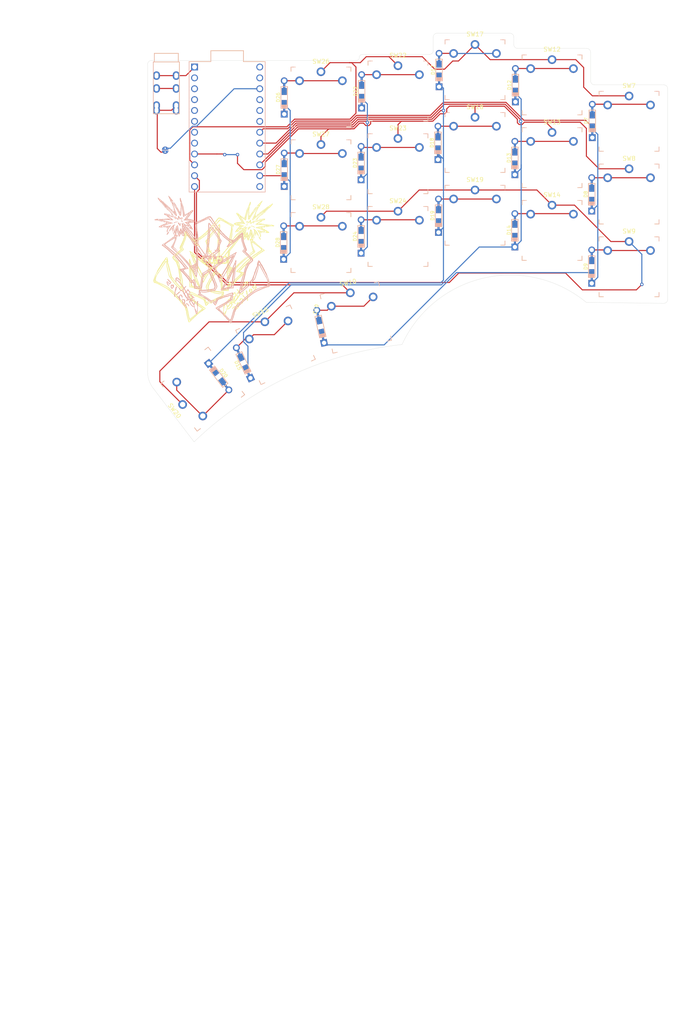
<source format=kicad_pcb>
(kicad_pcb (version 20210606) (generator pcbnew)
  (layers (0 "F.Cu" signal) (31 "B.Cu" signal) (34 "B.Paste" user) (35 "F.Paste" user) (36 "B.SilkS" user "B.Silkscreen") (37 "F.SilkS" user "F.Silkscreen") (38 "B.Mask" user) (39 "F.Mask" user) (44 "Edge.Cuts" user))
  (net 0 "")
  (net 1 "/Col1")
  (net 2 "Net-(D7-Pad2)")
  (net 3 "Net-(D8-Pad2)")
  (net 4 "Net-(D9-Pad2)")
  (net 5 "Net-(D10-Pad2)")
  (net 6 "/Col2")
  (net 7 "Net-(D12-Pad2)")
  (net 8 "Net-(D13-Pad2)")
  (net 9 "Net-(D14-Pad2)")
  (net 10 "Net-(D15-Pad2)")
  (net 11 "/Col3")
  (net 12 "Net-(D17-Pad2)")
  (net 13 "Net-(D18-Pad2)")
  (net 14 "Net-(D19-Pad2)")
  (net 15 "Net-(D20-Pad2)")
  (net 16 "/Col4")
  (net 17 "Net-(D22-Pad2)")
  (net 18 "Net-(D23-Pad2)")
  (net 19 "Net-(D24-Pad2)")
  (net 20 "/Col5")
  (net 21 "Net-(D26-Pad2)")
  (net 22 "Net-(D27-Pad2)")
  (net 23 "Net-(D28-Pad2)")
  (net 24 "/Row1")
  (net 25 "/Row2")
  (net 26 "/Row3")
  (net 27 "/Row4")
  (net 28 "/Serial")
  (net 29 "VCC")
  (net 30 "GND")
  (net 31 "Net-(RST1-Pad1)")
  (footprint "Keebio-Parts:Diode-dual" (layer "F.Cu") (at 225.407 62.260328 -90)
    (fp_text reference "D7")
    (fp_text value "1N4148" hide)
  )
  (footprint "Keebio-Parts:Diode-dual" (layer "F.Cu") (at 225.28 79.405328 -90)
    (fp_text reference "D8")
    (fp_text value "1N4148" hide)
  )
  (footprint "Keebio-Parts:Diode-dual" (layer "F.Cu") (at 225.28 96.296328 -90)
    (fp_text reference "D9")
    (fp_text value "1N4148" hide)
  )
  (footprint "Keebio-Parts:Diode-dual" (layer "F.Cu") (at 161.884594 110.296879 -77.5)
    (fp_text reference "D10")
    (fp_text value "1N4148" hide)
  )
  (footprint "Keebio-Parts:Diode-dual" (layer "F.Cu") (at 207.441 53.906998 -90)
    (fp_text reference "D12")
    (fp_text value "1N4148" hide)
  )
  (footprint "Keebio-Parts:Diode-dual" (layer "F.Cu") (at 207.314 70.924998 -90)
    (fp_text reference "D13")
    (fp_text value "1N4148" hide)
  )
  (footprint "Keebio-Parts:Diode-dual" (layer "F.Cu") (at 207.314 87.815998 -90)
    (fp_text reference "D14")
    (fp_text value "1N4148" hide)
  )
  (footprint "Keebio-Parts:Diode-dual" (layer "F.Cu") (at 143.884594 118.796875 -65)
    (fp_text reference "D15")
    (fp_text value "1N4148" hide)
  )
  (footprint "Keebio-Parts:Diode-dual" (layer "F.Cu") (at 189.602 50.370664 -90)
    (fp_text reference "D17")
    (fp_text value "1N4148" hide)
  )
  (footprint "Keebio-Parts:Diode-dual" (layer "F.Cu") (at 189.348 67.388664 -90)
    (fp_text reference "D18")
    (fp_text value "1N4148" hide)
  )
  (footprint "Keebio-Parts:Diode-dual" (layer "F.Cu") (at 189.475 84.406664 -90)
    (fp_text reference "D19")
    (fp_text value "1N4148" hide)
  )
  (footprint "Keebio-Parts:Diode-dual" (layer "F.Cu") (at 138.106633 122.014242 127.5)
    (fp_text reference "D20")
    (fp_text value "1N4148" hide)
  )
  (footprint "Keebio-Parts:Diode-dual" (layer "F.Cu") (at 171.509 55.34333 -90)
    (fp_text reference "D22")
    (fp_text value "1N4148" hide)
  )
  (footprint "Keebio-Parts:Diode-dual" (layer "F.Cu") (at 171.382 72.10733 -90)
    (fp_text reference "D23")
    (fp_text value "1N4148" hide)
  )
  (footprint "Keebio-Parts:Diode-dual" (layer "F.Cu") (at 171.382 89.25233 -90)
    (fp_text reference "D24")
    (fp_text value "1N4148" hide)
  )
  (footprint "Keebio-Parts:Diode-dual" (layer "F.Cu") (at 153.416 56.769 -90)
    (fp_text reference "D26")
    (fp_text value "1N4148" hide)
  )
  (footprint "Keebio-Parts:Diode-dual" (layer "F.Cu") (at 153.416 73.66 -90)
    (fp_text reference "D27")
    (fp_text value "1N4148" hide)
  )
  (footprint "Keebio-Parts:TRRS-PJ-320A" (layer "F.Cu") (at 125.87 48.46898)
    (fp_text reference "J1")
    (fp_text value "AudioJack4")
  )
  (footprint "Keebio-Parts:SolderJumperSets" (layer "F.Cu") (at 125.603 69.088 -90)
    (fp_text reference "RST1" hide)
    (fp_text value "RESET_JUMP" hide)
  )
  (footprint "keyswitches:PG1350_reversible" (layer "F.Cu") (at 234 79.333328 180)
    (fp_text reference "SW8")
    (fp_text value "SW_PUSH")
  )
  (footprint "keyswitches:PG1350_reversible" (layer "F.Cu") (at 234 96.333328 180)
    (fp_text reference "SW9")
    (fp_text value "SW_PUSH")
  )
  (footprint "keyswitches:PG1350_reversible" (layer "F.Cu") (at 216 70.833332 180)
    (fp_text reference "SW13")
    (fp_text value "SW_PUSH")
  )
  (footprint "keyswitches:PG1350_reversible" (layer "F.Cu") (at 216 87.833332 180)
    (fp_text reference "SW14")
    (fp_text value "SW_PUSH")
  )
  (footprint "keyswitches:PG1350_reversible" (layer "F.Cu") (at 151.384594 114.546877 -155)
    (fp_text reference "SW15")
    (fp_text value "SW_PUSH")
  )
  (footprint "keyswitches:PG1350_reversible" (layer "F.Cu") (at 134.357794 124.923065 -52.5)
    (fp_text reference "SW20")
    (fp_text value "SW_PUSH")
  )
  (footprint "keyswitches:PG1350_reversible" (layer "F.Cu") (at 180 55.249998 180)
    (fp_text reference "SW22")
    (fp_text value "SW_PUSH")
  )
  (footprint "keyswitches:PG1350_reversible" (layer "F.Cu") (at 180 72.249998 180)
    (fp_text reference "SW23")
    (fp_text value "SW_PUSH")
  )
  (footprint "keyswitches:PG1350_reversible" (layer "F.Cu") (at 180 89.249998 180)
    (fp_text reference "SW24")
    (fp_text value "SW_PUSH")
  )
  (footprint "keyswitches:PG1350_reversible" (layer "F.Cu") (at 162 56.666664 180)
    (fp_text reference "SW26")
    (fp_text value "SW_PUSH")
  )
  (footprint "keyswitches:PG1350_reversible" (layer "F.Cu") (at 162 73.666664 180)
    (fp_text reference "SW27")
    (fp_text value "SW_PUSH")
  )
  (footprint "keyswitches:PG1350_reversible" (layer "F.Cu") (at 162 90.666664 180)
    (fp_text reference "SW28")
    (fp_text value "SW_PUSH")
  )
  (footprint "promicro:ProMicro" (layer "F.Cu") (at 140.081 63.627 -90)
    (fp_text reference "U1" hide)
    (fp_text value "ProMicro")
  )
  (footprint "keyswitches:PG1350_reversible" (layer "F.Cu") (at 234 62.333328 180)
    (fp_text reference "SW7")
    (fp_text value "SW_PUSH")
  )
  (footprint "keyswitches:PG1350_reversible" (layer "F.Cu") (at 216 53.833332 180)
    (fp_text reference "SW12")
    (fp_text value "SW_PUSH")
  )
  (footprint "Keebio-Parts:Diode-dual" (layer "F.Cu") (at 153.289 90.678 -90)
    (fp_text reference "D28")
    (fp_text value "1N4148" hide)
  )
  (footprint "keyswitches:PG1350_reversible" (layer "F.Cu") (at 198 50.291667 180)
    (fp_text reference "SW17")
    (fp_text value "SW_PUSH")
  )
  (footprint "keyswitches:PG1350_reversible" (layer "F.Cu") (at 198 84.291667 180)
    (fp_text reference "SW19")
    (fp_text value "SW_PUSH")
  )
  (footprint "keyswitches:PG1350_reversible" (layer "F.Cu") (at 198 67.291667 180)
    (fp_text reference "SW18")
    (fp_text value "SW_PUSH")
  )
  (footprint "keyswitches:PG1350_reversible" (layer "F.Cu") (at 170.134594 108.17188 -167.5)
    (fp_text reference "SW10")
    (fp_text value "SW_PUSH")
  )
  (footprint "footprints:kazcyril" (layer "F.Cu") (at 136.6 94.8)
    (fp_text reference "Gkaz")
    (fp_text value "LOGO")
  )
  (footprint "Keebio-Parts:TRRS-PJ-320A" (layer "B.Cu") (at 125.87 48.46898 180)
    (fp_text reference "J2")
    (fp_text value "AudioJack4")
  )
  (footprint "footprints:kazcyril" (layer "B.Cu") (at 136.818782 94.611337 175)
    (fp_text reference "G***")
    (fp_text value "LOGO" hide)
  )
  (gr_line (start 225.0186 46.228) (end 225.0186 52.9082) (layer "Edge.Cuts") (width 0.05))
  (gr_line (start 225.933 53.8226) (end 242.1128 53.8226) (layer "Edge.Cuts") (width 0.05))
  (gr_line (start 207.9752 45.3136) (end 224.1042 45.3136) (layer "Edge.Cuts") (width 0.05))
  (gr_line (start 207.0608 42.672) (end 207.0608 44.3992) (layer "Edge.Cuts") (width 0.05))
  (gr_line (start 189.1538 41.7576) (end 206.1464 41.7576) (layer "Edge.Cuts") (width 0.05))
  (gr_line (start 188.2394 45.7962) (end 188.2394 42.672) (layer "Edge.Cuts") (width 0.05))
  (gr_line (start 171.6786 46.7106) (end 187.325 46.7106) (layer "Edge.Cuts") (width 0.05))
  (gr_line (start 122.4026 48.133) (end 170.2562 48.133) (layer "Edge.Cuts") (width 0.05))
  (gr_line (start 243.0272 103.9622) (end 243.0272 54.737) (layer "Edge.Cuts") (width 0.05))
  (gr_line (start 122.8 124.7) (end 132.35 137.25) (layer "Edge.Cuts") (width 0.05))
  (gr_arc (start 242.1128 103.9622) (end 242.1128 104.8766) (angle -90) (layer "Edge.Cuts") (width 0.05))
  (gr_arc (start 225.933 52.9082) (end 225.0186 52.9082) (angle -90) (layer "Edge.Cuts") (width 0.05))
  (gr_line (start 121.4882 49.0474) (end 121.4882 120.8024) (layer "Edge.Cuts") (width 0.05))
  (gr_arc (start 224.1042 46.228) (end 225.0186 46.228) (angle -90) (layer "Edge.Cuts") (width 0.05))
  (gr_line (start 242.1128 104.8766) (end 224 104.65) (layer "Edge.Cuts") (width 0.05))
  (gr_arc (start 206.260515 126.119817) (end 224 104.65) (angle -104.9058916) (layer "Edge.Cuts") (width 0.05))
  (gr_arc (start 187.325 45.7962) (end 187.325 46.7106) (angle -90) (layer "Edge.Cuts") (width 0.05))
  (gr_arc (start 171.6786 47.4218) (end 171.6786 46.7106) (angle -90) (layer "Edge.Cuts") (width 0.05))
  (gr_arc (start 170.2562 47.4218) (end 170.2562 48.133) (angle -90) (layer "Edge.Cuts") (width 0.05))
  (gr_arc (start 207.9752 44.3992) (end 207.0608 44.3992) (angle -90) (layer "Edge.Cuts") (width 0.05))
  (gr_arc (start 127.654137 120.896708) (end 121.4882 120.8024) (angle -38.95552328) (layer "Edge.Cuts") (width 0.05))
  (gr_arc (start 190.012088 197.145218) (end 180.95 114.5) (angle -37.65422344) (layer "Edge.Cuts") (width 0.05))
  (gr_arc (start 189.1538 42.672) (end 189.1538 41.7576) (angle -90) (layer "Edge.Cuts") (width 0.05))
  (gr_arc (start 242.1128 54.737) (end 243.0272 54.737) (angle -90) (layer "Edge.Cuts") (width 0.05))
  (gr_arc (start 206.1464 42.672) (end 207.0608 42.672) (angle -90) (layer "Edge.Cuts") (width 0.05))
  (gr_arc (start 122.4026 49.0474) (end 122.4026 48.133) (angle -90) (layer "Edge.Cuts") (width 0.05))
  (segment (start 205.232 57.912) (end 190.626999 57.912001) (width 0.25) (layer "F.Cu") (net 1))
  (segment (start 190.626999 57.912001) (end 187.579 60.96) (width 0.25) (layer "F.Cu") (net 1))
  (segment (start 170.30841 60.96) (end 168.9694 62.29901) (width 0.25) (layer "F.Cu") (net 1))
  (segment (start 154.23176 64.07701) (end 148.52099 64.07701) (width 0.25) (layer "F.Cu") (net 1))
  (segment (start 168.9694 62.29901) (end 156.00976 62.29901) (width 0.25) (layer "F.Cu") (net 1))
  (segment (start 225.407 63.660328) (end 223.849672 62.103) (width 0.25) (layer "F.Cu") (net 1))
  (segment (start 148.52099 64.07701) (end 147.701 64.897) (width 0.25) (layer "F.Cu") (net 1))
  (segment (start 209.423 62.103) (end 205.232 57.912) (width 0.25) (layer "F.Cu") (net 1))
  (segment (start 223.849672 62.103) (end 209.423 62.103) (width 0.25) (layer "F.Cu") (net 1))
  (segment (start 156.00976 62.29901) (end 154.23176 64.07701) (width 0.25) (layer "F.Cu") (net 1))
  (segment (start 187.579 60.96) (end 170.30841 60.96) (width 0.25) (layer "F.Cu") (net 1))
  (segment (start 225.407 64.760328) (end 226.050328 64.760328) (width 0.25) (layer "B.Cu") (net 1))
  (segment (start 176.764735 114.585265) (end 193.653672 97.696328) (width 0.25) (layer "B.Cu") (net 1))
  (segment (start 226.695 65.405) (end 226.695 80.518) (width 0.25) (layer "B.Cu") (net 1))
  (segment (start 226.695 98.781328) (end 225.28 100.196328) (width 0.25) (layer "B.Cu") (net 1))
  (segment (start 162.728708 114.104433) (end 163.20954 114.585265) (width 0.25) (layer "B.Cu") (net 1))
  (segment (start 226.050328 64.760328) (end 226.695 65.405) (width 0.25) (layer "B.Cu") (net 1))
  (segment (start 163.20954 114.585265) (end 176.764735 114.585265) (width 0.25) (layer "B.Cu") (net 1))
  (segment (start 226.695 80.518) (end 226.695 98.781328) (width 0.25) (layer "B.Cu") (net 1))
  (segment (start 193.653672 97.696328) (end 225.28 97.696328) (width 0.25) (layer "B.Cu") (net 1))
  (segment (start 226.695 81.890328) (end 225.28 83.305328) (width 0.25) (layer "B.Cu") (net 1))
  (segment (start 226.695 80.518) (end 226.695 81.890328) (width 0.25) (layer "B.Cu") (net 1))
  (segment (start 225.407 58.360328) (end 238.827 58.360328) (width 0.25) (layer "F.Cu") (net 2))
  (segment (start 228.827 58.360328) (end 229 58.533328) (width 0.25) (layer "F.Cu") (net 2))
  (segment (start 238.827 58.360328) (end 239 58.533328) (width 0.25) (layer "F.Cu") (net 2))
  (segment (start 225.407 58.360328) (end 228.827 58.360328) (width 0.25) (layer "F.Cu") (net 2))
  (segment (start 239 75.533328) (end 225.308 75.533328) (width 0.25) (layer "F.Cu") (net 3))
  (segment (start 225.308 75.533328) (end 225.28 75.505328) (width 0.25) (layer "F.Cu") (net 3))
  (segment (start 228.863 92.396328) (end 229 92.533328) (width 0.25) (layer "F.Cu") (net 4))
  (segment (start 225.28 92.396328) (end 228.863 92.396328) (width 0.25) (layer "F.Cu") (net 4))
  (segment (start 229 92.533328) (end 239 92.533328) (width 0.25) (layer "F.Cu") (net 4))
  (segment (start 164.430643 105.544153) (end 172.029208 105.544153) (width 0.25) (layer "F.Cu") (net 5))
  (segment (start 172.029208 105.544153) (end 174.193604 103.379757) (width 0.25) (layer "F.Cu") (net 5))
  (segment (start 161.04048 106.489325) (end 163.485471 106.489325) (width 0.25) (layer "F.Cu") (net 5))
  (segment (start 163.485471 106.489325) (end 164.430643 105.544153) (width 0.25) (layer "F.Cu") (net 5))
  (segment (start 187.765401 61.410009) (end 190.8134 58.36201) (width 0.25) (layer "F.Cu") (net 6))
  (segment (start 147.701 67.437) (end 151.50818 67.437) (width 0.25) (layer "F.Cu") (net 6))
  (segment (start 205.0456 58.36201) (end 206.188999 59.505409) (width 0.25) (layer "F.Cu") (net 6))
  (segment (start 208.656347 61.972757) (end 208.656347 62.361653) (width 0.25) (layer "F.Cu") (net 6))
  (segment (start 156.19616 62.74902) (end 169.155801 62.749019) (width 0.25) (layer "F.Cu") (net 6))
  (segment (start 190.8134 58.36201) (end 205.0456 58.36201) (width 0.25) (layer "F.Cu") (net 6))
  (segment (start 151.50818 67.437) (end 156.19616 62.74902) (width 0.25) (layer "F.Cu") (net 6))
  (segment (start 206.188999 59.505409) (end 208.656347 61.972757) (width 0.25) (layer "F.Cu") (net 6))
  (segment (start 169.155801 62.749019) (end 170.49481 61.41001) (width 0.25) (layer "F.Cu") (net 6))
  (segment (start 170.49481 61.41001) (end 187.765401 61.410009) (width 0.25) (layer "F.Cu") (net 6))
  (via (at 208.656347 62.361653) (size 0.8) (drill 0.4) (layers "F.Cu" "B.Cu") (net 6))
  (segment (start 207.441 56.406998) (end 208.044998 56.406998) (width 0.25) (layer "B.Cu") (net 6))
  (segment (start 198.98772 91.715998) (end 207.314 91.715998) (width 0.25) (layer "B.Cu") (net 6))
  (segment (start 144.94114 114.894715) (end 143.906105 113.85968) (width 0.25) (layer "B.Cu") (net 6))
  (segment (start 208.788 63.329637) (end 208.788 72.517) (width 0.25) (layer "B.Cu") (net 6))
  (segment (start 190.146933 100.556785) (end 198.98772 91.715998) (width 0.25) (layer "B.Cu") (net 6))
  (segment (start 208.788 62.493306) (end 208.656347 62.361653) (width 0.25) (layer "B.Cu") (net 6))
  (segment (start 143.906105 111.693164) (end 155.042484 100.556785) (width 0.25) (layer "B.Cu") (net 6))
  (segment (start 208.788 90.043) (end 208.788 90.241998) (width 0.25) (layer "B.Cu") (net 6))
  (segment (start 208.788 57.15) (end 208.788 63.329637) (width 0.25) (layer "B.Cu") (net 6))
  (segment (start 208.788 72.517) (end 208.788 73.350998) (width 0.25) (layer "B.Cu") (net 6))
  (segment (start 144.94114 121.062644) (end 144.94114 114.894715) (width 0.25) (layer "B.Cu") (net 6))
  (segment (start 143.906105 113.85968) (end 143.906105 111.693164) (width 0.25) (layer "B.Cu") (net 6))
  (segment (start 208.788 90.241998) (end 207.314 91.715998) (width 0.25) (layer "B.Cu") (net 6))
  (segment (start 208.044998 56.406998) (end 208.788 57.15) (width 0.25) (layer "B.Cu") (net 6))
  (segment (start 208.788 63.329637) (end 208.788 62.493306) (width 0.25) (layer "B.Cu") (net 6))
  (segment (start 155.042484 100.556785) (end 190.146933 100.556785) (width 0.25) (layer "B.Cu") (net 6))
  (segment (start 208.788 72.517) (end 208.788 90.043) (width 0.25) (layer "B.Cu") (net 6))
  (segment (start 208.788 73.350998) (end 207.314 74.824998) (width 0.25) (layer "B.Cu") (net 6))
  (segment (start 220.973666 50.006998) (end 221 50.033332) (width 0.25) (layer "F.Cu") (net 7))
  (segment (start 207.441 51.406998) (end 207.441 50.006998) (width 0.25) (layer "F.Cu") (net 7))
  (segment (start 207.441 50.006998) (end 220.973666 50.006998) (width 0.25) (layer "F.Cu") (net 7))
  (segment (start 221 67.033332) (end 211 67.033332) (width 0.25) (layer "F.Cu") (net 8))
  (segment (start 207.322334 67.033332) (end 207.314 67.024998) (width 0.25) (layer "F.Cu") (net 8))
  (segment (start 211 67.033332) (end 207.322334 67.033332) (width 0.25) (layer "F.Cu") (net 8))
  (segment (start 207.314 83.915998) (end 220.882666 83.915998) (width 0.25) (layer "F.Cu") (net 9))
  (segment (start 220.882666 83.915998) (end 221 84.033332) (width 0.25) (layer "F.Cu") (net 9))
  (segment (start 207.314 85.315998) (end 207.314 83.915998) (width 0.25) (layer "F.Cu") (net 9))
  (segment (start 142.236383 115.262275) (end 144.282659 113.215999) (width 0.25) (layer "F.Cu") (net 10))
  (segment (start 146.263105 112.2) (end 151.1 112.2) (width 0.25) (layer "F.Cu") (net 10))
  (segment (start 144.282659 113.215999) (end 145.247106 113.215999) (width 0.25) (layer "F.Cu") (net 10))
  (segment (start 151.1 112.2) (end 154.310184 108.989816) (width 0.25) (layer "F.Cu") (net 10))
  (segment (start 145.247106 113.215999) (end 146.263105 112.2) (width 0.25) (layer "F.Cu") (net 10))
  (segment (start 169.083972 63.199028) (end 169.342202 63.199028) (width 0.25) (layer "F.Cu") (net 11))
  (segment (start 189.99482 59.817) (end 190.627 59.817) (width 0.25) (layer "F.Cu") (net 11))
  (segment (start 169.08397 63.19903) (end 169.083972 63.199028) (width 0.25) (layer "F.Cu") (net 11))
  (segment (start 187.951802 61.860018) (end 189.99482 59.817) (width 0.25) (layer "F.Cu") (net 11))
  (segment (start 147.701 69.977) (end 149.60459 69.977) (width 0.25) (layer "F.Cu") (net 11))
  (segment (start 149.60459 69.977) (end 156.38256 63.19903) (width 0.25) (layer "F.Cu") (net 11))
  (segment (start 169.342202 63.199028) (end 170.681212 61.860018) (width 0.25) (layer "F.Cu") (net 11))
  (segment (start 168.22803 63.19903) (end 169.08397 63.19903) (width 0.25) (layer "F.Cu") (net 11))
  (segment (start 156.38256 63.19903) (end 168.22803 63.19903) (width 0.25) (layer "F.Cu") (net 11))
  (segment (start 170.681212 61.860018) (end 187.951802 61.860018) (width 0.25) (layer "F.Cu") (net 11))
  (via (at 190.627 59.817) (size 0.8) (drill 0.4) (layers "F.Cu" "B.Cu") (net 11))
  (segment (start 190.627 54.61) (end 190.627 59.817) (width 0.25) (layer "B.Cu") (net 11))
  (segment (start 190.627 59.817) (end 190.627 71.628) (width 0.25) (layer "B.Cu") (net 11))
  (segment (start 190.627 87.154664) (end 189.475 88.306664) (width 0.25) (layer "B.Cu") (net 11))
  (segment (start 190.627 71.628) (end 190.627 87.154664) (width 0.25) (layer "B.Cu") (net 11))
  (segment (start 135.732463 118.920164) (end 154.545362 100.107265) (width 0.25) (layer "B.Cu") (net 11))
  (segment (start 189.960735 100.107265) (end 190.627 99.441) (width 0.25) (layer "B.Cu") (net 11))
  (segment (start 190.627 99.441) (end 190.627 87.154664) (width 0.25) (layer "B.Cu") (net 11))
  (segment (start 154.545362 100.107265) (end 189.960735 100.107265) (width 0.25) (layer "B.Cu") (net 11))
  (segment (start 190.287664 54.270664) (end 190.627 54.61) (width 0.25) (layer "B.Cu") (net 11))
  (segment (start 190.627 71.628) (end 190.627 71.167664) (width 0.25) (layer "B.Cu") (net 11))
  (segment (start 190.627 71.167664) (end 189.348 69.888664) (width 0.25) (layer "B.Cu") (net 11))
  (segment (start 189.602 54.270664) (end 190.287664 54.270664) (width 0.25) (layer "B.Cu") (net 11))
  (segment (start 192.978997 46.470664) (end 193 46.491667) (width 0.25) (layer "F.Cu") (net 12))
  (segment (start 189.602 46.470664) (end 192.978997 46.470664) (width 0.25) (layer "F.Cu") (net 12))
  (segment (start 193 46.491667) (end 203 46.491667) (width 0.25) (layer "B.Cu") (net 12))
  (segment (start 192.996997 63.488664) (end 193 63.491667) (width 0.25) (layer "F.Cu") (net 13))
  (segment (start 189.348 63.488664) (end 192.996997 63.488664) (width 0.25) (layer "F.Cu") (net 13))
  (segment (start 203 63.491667) (end 193 63.491667) (width 0.25) (layer "F.Cu") (net 13))
  (segment (start 202.985003 80.506664) (end 203 80.491667) (width 0.25) (layer "F.Cu") (net 14))
  (segment (start 189.475 80.506664) (end 202.985003 80.506664) (width 0.25) (layer "F.Cu") (net 14))
  (segment (start 134.386858 131.202265) (end 134.386858 131.203125) (width 0.25) (layer "F.Cu") (net 15))
  (segment (start 128.299244 125.173639) (end 134.32873 131.203125) (width 0.25) (layer "F.Cu") (net 15))
  (segment (start 140.480803 125.10832) (end 134.386858 131.202265) (width 0.25) (layer "F.Cu") (net 15))
  (segment (start 128.299244 123.269592) (end 128.299244 125.173639) (width 0.25) (layer "F.Cu") (net 15))
  (segment (start 156.5275 63.6905) (end 156.56896 63.64904) (width 0.25) (layer "F.Cu") (net 16))
  (segment (start 168.04304 63.64904) (end 169.5286 63.64904) (width 0.25) (layer "F.Cu") (net 16))
  (segment (start 155.5115 64.7065) (end 156.5275 63.6905) (width 0.25) (layer "F.Cu") (net 16))
  (segment (start 170.867612 62.310028) (end 172.546028 62.310028) (width 0.25) (layer "F.Cu") (net 16))
  (segment (start 147.701 72.517) (end 155.5115 64.7065) (width 0.25) (layer "F.Cu") (net 16))
  (segment (start 168.04304 63.64904) (end 169.291 63.64904) (width 0.25) (layer "F.Cu") (net 16))
  (segment (start 156.56896 63.64904) (end 168.04304 63.64904) (width 0.25) (layer "F.Cu") (net 16))
  (segment (start 169.5286 63.64904) (end 170.867612 62.310028) (width 0.25) (layer "F.Cu") (net 16))
  (segment (start 169.291 63.64904) (end 169.44004 63.64904) (width 0.25) (layer "F.Cu") (net 16))
  (segment (start 172.546028 62.310028) (end 172.847 62.611) (width 0.25) (layer "F.Cu") (net 16))
  (via (at 172.847 62.611) (size 0.8) (drill 0.4) (layers "F.Cu" "B.Cu") (net 16))
  (segment (start 172.847 58.293) (end 172.847 62.611) (width 0.25) (layer "B.Cu") (net 16))
  (segment (start 171.509 57.84333) (end 172.39733 57.84333) (width 0.25) (layer "B.Cu") (net 16))
  (segment (start 172.847 62.611) (end 172.847 64.262) (width 0.25) (layer "B.Cu") (net 16))
  (segment (start 172.847 74.54233) (end 171.382 76.00733) (width 0.25) (layer "B.Cu") (net 16))
  (segment (start 172.847 91.68733) (end 171.382 93.15233) (width 0.25) (layer "B.Cu") (net 16))
  (segment (start 172.39733 57.84333) (end 172.847 58.293) (width 0.25) (layer "B.Cu") (net 16))
  (segment (start 172.847 64.262) (end 172.847 74.54233) (width 0.25) (layer "B.Cu") (net 16))
  (segment (start 172.847 74.54233) (end 172.847 91.68733) (width 0.25) (layer "B.Cu") (net 16))
  (segment (start 184.993332 51.44333) (end 185 51.449998) (width 0.25) (layer "F.Cu") (net 17))
  (segment (start 171.509 51.44333) (end 184.993332 51.44333) (width 0.25) (layer "F.Cu") (net 17))
  (segment (start 185 68.449998) (end 175 68.449998) (width 0.25) (layer "F.Cu") (net 18))
  (segment (start 175 68.449998) (end 171.624668 68.449998) (width 0.25) (layer "F.Cu") (net 18))
  (segment (start 171.624668 68.449998) (end 171.382 68.20733) (width 0.25) (layer "F.Cu") (net 18))
  (segment (start 184.902332 85.35233) (end 185 85.449998) (width 0.25) (layer "F.Cu") (net 19))
  (segment (start 171.382 85.35233) (end 184.902332 85.35233) (width 0.25) (layer "F.Cu") (net 19))
  (segment (start 147.701 75.057) (end 153.413 75.057) (width 0.25) (layer "F.Cu") (net 20))
  (segment (start 153.413 75.057) (end 153.416 75.06) (width 0.25) (layer "F.Cu") (net 20))
  (segment (start 154.813 59.817) (end 154.813 76.835) (width 0.25) (layer "B.Cu") (net 20))
  (segment (start 154.265 59.269) (end 154.813 59.817) (width 0.25) (layer "B.Cu") (net 20))
  (segment (start 154.813 76.835) (end 154.813 76.457) (width 0.25) (layer "B.Cu") (net 20))
  (segment (start 154.813 76.457) (end 153.416 75.06) (width 0.25) (layer "B.Cu") (net 20))
  (segment (start 154.813 76.835) (end 154.813 93.054) (width 0.25) (layer "B.Cu") (net 20))
  (segment (start 154.813 93.054) (end 153.289 94.578) (width 0.25) (layer "B.Cu") (net 20))
  (segment (start 153.416 59.269) (end 154.265 59.269) (width 0.25) (layer "B.Cu") (net 20))
  (segment (start 153.416 52.869) (end 156.997664 52.869) (width 0.25) (layer "F.Cu") (net 21))
  (segment (start 156.997664 52.869) (end 157 52.866664) (width 0.25) (layer "F.Cu") (net 21))
  (segment (start 157 52.866664) (end 167 52.866664) (width 0.25) (layer "F.Cu") (net 21))
  (segment (start 153.416 69.76) (end 156.893336 69.76) (width 0.25) (layer "F.Cu") (net 22))
  (segment (start 153.416 71.16) (end 153.416 69.76) (width 0.25) (layer "F.Cu") (net 22))
  (segment (start 157 69.866664) (end 167 69.866664) (width 0.25) (layer "F.Cu") (net 22))
  (segment (start 156.893336 69.76) (end 157 69.866664) (width 0.25) (layer "F.Cu") (net 22))
  (segment (start 166.911336 86.778) (end 167 86.866664) (width 0.25) (layer "F.Cu") (net 23))
  (segment (start 153.289 86.778) (end 166.911336 86.778) (width 0.25) (layer "F.Cu") (net 23))
  (segment (start 233.954672 56.388) (end 234 56.433328) (width 0.25) (layer "F.Cu") (net 24))
  (segment (start 223.393 49.784) (end 223.393 54.356) (width 0.25) (layer "F.Cu") (net 24))
  (segment (start 154.04536 63.627) (end 132.065998 63.627) (width 0.25) (layer "F.Cu") (net 24))
  (segment (start 225.425 56.388) (end 233.954672 56.388) (width 0.25) (layer "F.Cu") (net 24))
  (segment (start 162 50.766664) (end 164.125664 48.641) (width 0.25) (layer "F.Cu") (net 24))
  (segment (start 132.065998 63.627) (end 131.335999 64.356999) (width 0.25) (layer "F.Cu") (net 24))
  (segment (start 169.164 48.641) (end 170.18 49.657) (width 0.25) (layer "F.Cu") (net 24))
  (segment (start 168.656 48.641) (end 171.196 48.641) (width 0.25) (layer "F.Cu") (net 24))
  (segment (start 170.18 60.452) (end 168.783 61.849) (width 0.25) (layer "F.Cu") (net 24))
  (segment (start 223.393 54.356) (end 225.425 56.388) (width 0.25) (layer "F.Cu") (net 24))
  (segment (start 131.335999 71.391999) (end 132.461 72.517) (width 0.25) (layer "F.Cu") (net 24))
  (segment (start 168.656 48.641) (end 169.164 48.641) (width 0.25) (layer "F.Cu") (net 24))
  (segment (start 194.139501 48.252166) (end 198 44.391667) (width 0.25) (layer "F.Cu") (net 24))
  (segment (start 221.542332 47.933332) (end 223.393 49.784) (width 0.25) (layer "F.Cu") (net 24))
  (segment (start 190.886333 50.165) (end 192.799167 48.252166) (width 0.25) (layer "F.Cu") (net 24))
  (segment (start 185.674 47.244) (end 188.595 50.165) (width 0.25) (layer "F.Cu") (net 24))
  (segment (start 216 47.933332) (end 221.542332 47.933332) (width 0.25) (layer "F.Cu") (net 24))
  (segment (start 168.783 61.849) (end 155.82336 61.849) (width 0.25) (layer "F.Cu") (net 24))
  (segment (start 188.595 50.165) (end 190.886333 50.165) (width 0.25) (layer "F.Cu") (net 24))
  (segment (start 201.541665 47.933332) (end 198 44.391667) (width 0.25) (layer "F.Cu") (net 24))
  (segment (start 177.894002 47.244) (end 185.674 47.244) (width 0.25) (layer "F.Cu") (net 24))
  (segment (start 216 47.933332) (end 201.541665 47.933332) (width 0.25) (layer "F.Cu") (net 24))
  (segment (start 155.82336 61.849) (end 154.04536 63.627) (width 0.25) (layer "F.Cu") (net 24))
  (segment (start 171.196 48.641) (end 172.593 47.244) (width 0.25) (layer "F.Cu") (net 24))
  (segment (start 164.125664 48.641) (end 168.656 48.641) (width 0.25) (layer "F.Cu") (net 24))
  (segment (start 172.593 47.244) (end 177.894002 47.244) (width 0.25) (layer "F.Cu") (net 24))
  (segment (start 131.335999 64.356999) (end 131.335999 71.391999) (width 0.25) (layer "F.Cu") (net 24))
  (segment (start 192.799167 48.252166) (end 194.139501 48.252166) (width 0.25) (layer "F.Cu") (net 24))
  (segment (start 170.18 49.657) (end 170.18 60.452) (width 0.25) (layer "F.Cu") (net 24))
  (segment (start 177.894002 47.244) (end 180 49.349998) (width 0.25) (layer "F.Cu") (net 24))
  (segment (start 173.195001 63.336001) (end 173.609 62.922002) (width 0.25) (layer "F.Cu") (net 25))
  (segment (start 180 66.349998) (end 180 63.111056) (width 0.25) (layer "F.Cu") (net 25))
  (segment (start 208.308346 63.086654) (end 209.004348 63.086654) (width 0.25) (layer "F.Cu") (net 25))
  (segment (start 224.028 70.485) (end 226.976328 73.433328) (width 0.25) (layer "F.Cu") (net 25))
  (segment (start 172.498999 63.336001) (end 173.195001 63.336001) (width 0.25) (layer "F.Cu") (net 25))
  (segment (start 192.01298 58.81202) (end 197.87702 58.81202) (width 0.25) (layer "F.Cu") (net 25))
  (segment (start 169.715 64.09905) (end 170.374025 63.440025) (width 0.25) (layer "F.Cu") (net 25))
  (segment (start 207.899 61.85182) (end 207.899 62.677308) (width 0.25) (layer "F.Cu") (net 25))
  (segment (start 191.389 59.436) (end 192.01298 58.81202) (width 0.25) (layer "F.Cu") (net 25))
  (segment (start 180.801028 62.310028) (end 188.138203 62.310027) (width 0.25) (layer "F.Cu") (net 25))
  (segment (start 222.57301 62.55301) (end 224.028 64.008) (width 0.25) (layer "F.Cu") (net 25))
  (segment (start 148.241001 73.642001) (end 148.971 72.912002) (width 0.25) (layer "F.Cu") (net 25))
  (segment (start 191.389 60.128002) (end 191.389 59.436) (width 0.25) (layer "F.Cu") (net 25))
  (segment (start 207.899 62.677308) (end 208.308346 63.086654) (width 0.25) (layer "F.Cu") (net 25))
  (segment (start 214.57201 62.55301) (end 222.57301 62.55301) (width 0.25) (layer "F.Cu") (net 25))
  (segment (start 170.374025 63.440025) (end 171.054012 62.760038) (width 0.25) (layer "F.Cu") (net 25))
  (segment (start 180 63.111056) (end 180.801028 62.310028) (width 0.25) (layer "F.Cu") (net 25))
  (segment (start 188.138203 62.310027) (end 189.867115 60.581115) (width 0.25) (layer "F.Cu") (net 25))
  (segment (start 139.352033 69.977) (end 139.5 70.124967) (width 0.25) (layer "F.Cu") (net 25))
  (segment (start 173.655972 62.310028) (end 180.801028 62.310028) (width 0.25) (layer "F.Cu") (net 25))
  (segment (start 163.79405 64.135) (end 167.767 64.135) (width 0.25) (layer "F.Cu") (net 25))
  (segment (start 173.609 62.357) (end 173.655972 62.310028) (width 0.25) (layer "F.Cu") (net 25))
  (segment (start 197.87702 58.81202) (end 204.8592 58.81202) (width 0.25) (layer "F.Cu") (net 25))
  (segment (start 190.935887 60.581115) (end 191.389 60.128002) (width 0.25) (layer "F.Cu") (net 25))
  (segment (start 148.971 72.912002) (end 148.971 71.88341) (width 0.25) (layer "F.Cu") (net 25))
  (segment (start 214.57201 62.55301) (end 216 63.981) (width 0.25) (layer "F.Cu") (net 25))
  (segment (start 167.767 64.135) (end 168.91 64.135) (width 0.25) (layer "F.Cu") (net 25))
  (segment (start 209.004348 63.086654) (end 209.537992 62.55301) (width 0.25) (layer "F.Cu") (net 25))
  (segment (start 156.75536 64.09905) (end 169.715 64.09905) (width 0.25) (layer "F.Cu") (net 25))
  (segment (start 143.975369 73.642001) (end 148.241001 73.642001) (width 0.25) (layer "F.Cu") (net 25))
  (segment (start 162 67.766664) (end 162 65.92905) (width 0.25) (layer "F.Cu") (net 25))
  (segment (start 171.054012 62.760038) (end 171.923036 62.760038) (width 0.25) (layer "F.Cu") (net 25))
  (segment (start 168.94595 64.09905) (end 169.715001 64.099049) (width 0.25) (layer "F.Cu") (net 25))
  (segment (start 142.5 70.124967) (end 142.5 72.166632) (width 0.25) (layer "F.Cu") (net 25))
  (segment (start 171.923036 62.760038) (end 172.498999 63.336001) (width 0.25) (layer "F.Cu") (net 25))
  (segment (start 132.461 69.977) (end 137.668 69.977) (width 0.25) (layer "F.Cu") (net 25))
  (segment (start 226.976328 73.433328) (end 234 73.433328) (width 0.25) (layer "F.Cu") (net 25))
  (segment (start 148.971 71.88341) (end 156.75536 64.09905) (width 0.25) (layer "F.Cu") (net 25))
  (segment (start 137.668 69.977) (end 139.352033 69.977) (width 0.25) (layer "F.Cu") (net 25))
  (segment (start 142.5 72.166632) (end 143.975369 73.642001) (width 0.25) (layer "F.Cu") (net 25))
  (segment (start 168.91 64.135) (end 168.94595 64.09905) (width 0.25) (layer "F.Cu") (net 25))
  (segment (start 162 65.92905) (end 163.79405 64.135) (width 0.25) (layer "F.Cu") (net 25))
  (segment (start 169.715001 64.099049) (end 170.374025 63.440025) (width 0.25) (layer "F.Cu") (net 25))
  (segment (start 224.028 64.008) (end 224.028 70.485) (width 0.25) (layer "F.Cu") (net 25))
  (segment (start 209.537992 62.55301) (end 214.57201 62.55301) (width 0.25) (layer "F.Cu") (net 25))
  (segment (start 189.867115 60.581115) (end 190.935887 60.581115) (width 0.25) (layer "F.Cu") (net 25))
  (segment (start 198 58.935) (end 198 61.391667) (width 0.25) (layer "F.Cu") (net 25))
  (segment (start 173.609 62.922002) (end 173.609 62.357) (width 0.25) (layer "F.Cu") (net 25))
  (segment (start 204.8592 58.81202) (end 207.899 61.85182) (width 0.25) (layer "F.Cu") (net 25))
  (segment (start 197.87702 58.81202) (end 198 58.935) (width 0.25) (layer "F.Cu") (net 25))
  (segment (start 216 63.981) (end 216 64.933332) (width 0.25) (layer "F.Cu") (net 25))
  (via (at 139.5 70.124967) (size 0.8) (drill 0.4) (layers "F.Cu" "B.Cu") (net 25))
  (via (at 142.5 70.124967) (size 0.8) (drill 0.4) (layers "F.Cu" "B.Cu") (net 25))
  (segment (start 139.5 70.124967) (end 141.75 70.124967) (width 0.25) (layer "B.Cu") (net 25))
  (segment (start 141.75 70.124967) (end 142.5 70.124967) (width 0.25) (layer "B.Cu") (net 25))
  (segment (start 216 81.933332) (end 221.252332 81.933332) (width 0.25) (layer "F.Cu") (net 26))
  (segment (start 223.077 101.727) (end 235.712 101.727) (width 0.25) (layer "F.Cu") (net 26))
  (segment (start 132.91101 78.92499) (end 132.91101 92.767681) (width 0.25) (layer "F.Cu") (net 26))
  (segment (start 212.458335 78.391667) (end 216 81.933332) (width 0.25) (layer "F.Cu") (net 26))
  (segment (start 132.461 75.057) (end 133.586001 76.182001) (width 0.25) (layer "F.Cu") (net 26))
  (segment (start 132.91101 92.767681) (end 140.143329 100) (width 0.25) (layer "F.Cu") (net 26))
  (segment (start 140.143329 100) (end 192 100) (width 0.25) (layer "F.Cu") (net 26))
  (segment (start 198 78.391667) (end 212.458335 78.391667) (width 0.25) (layer "F.Cu") (net 26))
  (segment (start 162 84.766664) (end 162 84.634) (width 0.25) (layer "F.Cu") (net 26))
  (segment (start 235.712 101.727) (end 236.982 100.457) (width 0.25) (layer "F.Cu") (net 26))
  (segment (start 194.2 97.8) (end 219.15 97.8) (width 0.25) (layer "F.Cu") (net 26))
  (segment (start 180 83.349998) (end 184.958331 78.391667) (width 0.25) (layer "F.Cu") (net 26))
  (segment (start 184.958331 78.391667) (end 198 78.391667) (width 0.25) (layer "F.Cu") (net 26))
  (segment (start 219.15 97.8) (end 223.077 101.727) (width 0.25) (layer "F.Cu") (net 26))
  (segment (start 133.586001 78.249999) (end 132.91101 78.92499) (width 0.25) (layer "F.Cu") (net 26))
  (segment (start 229.752328 90.433328) (end 234 90.433328) (width 0.25) (layer "F.Cu") (net 26))
  (segment (start 162 84.634) (end 163.284002 83.349998) (width 0.25) (layer "F.Cu") (net 26))
  (segment (start 192 100) (end 194.2 97.8) (width 0.25) (layer "F.Cu") (net 26))
  (segment (start 133.586001 76.182001) (end 133.586001 78.249999) (width 0.25) (layer "F.Cu") (net 26))
  (segment (start 163.284002 83.349998) (end 180 83.349998) (width 0.25) (layer "F.Cu") (net 26))
  (segment (start 221.252332 81.933332) (end 229.752328 90.433328) (width 0.25) (layer "F.Cu") (net 26))
  (via (at 236.982 100.457) (size 0.8) (drill 0.4) (layers "F.Cu" "B.Cu") (net 26))
  (segment (start 236.982 100.457) (end 236.982 93.415328) (width 0.25) (layer "B.Cu") (net 26))
  (segment (start 236.982 93.415328) (end 234 90.433328) (width 0.25) (layer "B.Cu") (net 26))
  (segment (start 124.35 123.187748) (end 124.35 120.7) (width 0.25) (layer "F.Cu") (net 27))
  (segment (start 167.003141 100.557275) (end 168.8576 102.411734) (width 0.25) (layer "F.Cu") (net 27))
  (segment (start 140.064194 100.557275) (end 167.003141 100.557275) (width 0.25) (layer "F.Cu") (net 27))
  (segment (start 124.35 120.7) (end 135.850339 109.199661) (width 0.25) (layer "F.Cu") (net 27))
  (segment (start 148.891146 109.199661) (end 155.679073 102.411734) (width 0.25) (layer "F.Cu") (net 27))
  (segment (start 132.461 92.954081) (end 140.064194 100.557275) (width 0.25) (layer "F.Cu") (net 27))
  (segment (start 135.850339 109.199661) (end 148.891146 109.199661) (width 0.25) (layer "F.Cu") (net 27))
  (segment (start 155.679073 102.411734) (end 168.8576 102.411734) (width 0.25) (layer "F.Cu") (net 27))
  (segment (start 129.677009 128.514757) (end 124.35 123.187748) (width 0.25) (layer "F.Cu") (net 27))
  (segment (start 132.461 77.597) (end 132.461 92.954081) (width 0.25) (layer "F.Cu") (net 27))
  (segment (start 123.57 51.66898) (end 128.17 51.66898) (width 0.25) (layer "F.Cu") (net 28))
  (segment (start 130.44902 51.66898) (end 132.461 49.657) (width 0.25) (layer "F.Cu") (net 28))
  (segment (start 128.17 51.66898) (end 130.44902 51.66898) (width 0.25) (layer "F.Cu") (net 28))
  (segment (start 123.57 54.66898) (end 128.17 54.66898) (width 0.25) (layer "F.Cu") (net 29))
  (segment (start 127.07 59.76898) (end 128.17 58.66898) (width 0.25) (layer "F.Cu") (net 30))
  (segment (start 123.753 59.95198) (end 123.753 68.703) (width 0.25) (layer "F.Cu") (net 30))
  (segment (start 123.57 59.76898) (end 123.753 59.95198) (width 0.25) (layer "F.Cu") (net 30))
  (segment (start 123.753 68.703) (end 124.6 69.55) (width 0.25) (layer "F.Cu") (net 30))
  (segment (start 124.6 69.55) (end 125.6 69.55) (width 0.25) (layer "F.Cu") (net 30))
  (segment (start 123.57 59.76898) (end 127.07 59.76898) (width 0.25) (layer "F.Cu") (net 30))
  (segment (start 131.968489 63.481511) (end 126.812 68.638) (width 0.25) (layer "B.Cu") (net 31))
  (segment (start 147.701 54.737) (end 141.713 54.737) (width 0.25) (layer "B.Cu") (net 31))
  (segment (start 126.812 68.638) (end 125.603 68.638) (width 0.25) (layer "B.Cu") (net 31))
  (segment (start 132.968489 63.481511) (end 131.968489 63.481511) (width 0.25) (layer "B.Cu") (net 31))
  (segment (start 141.713 54.737) (end 132.968489 63.481511) (width 0.25) (layer "B.Cu") (net 31))
)
</source>
